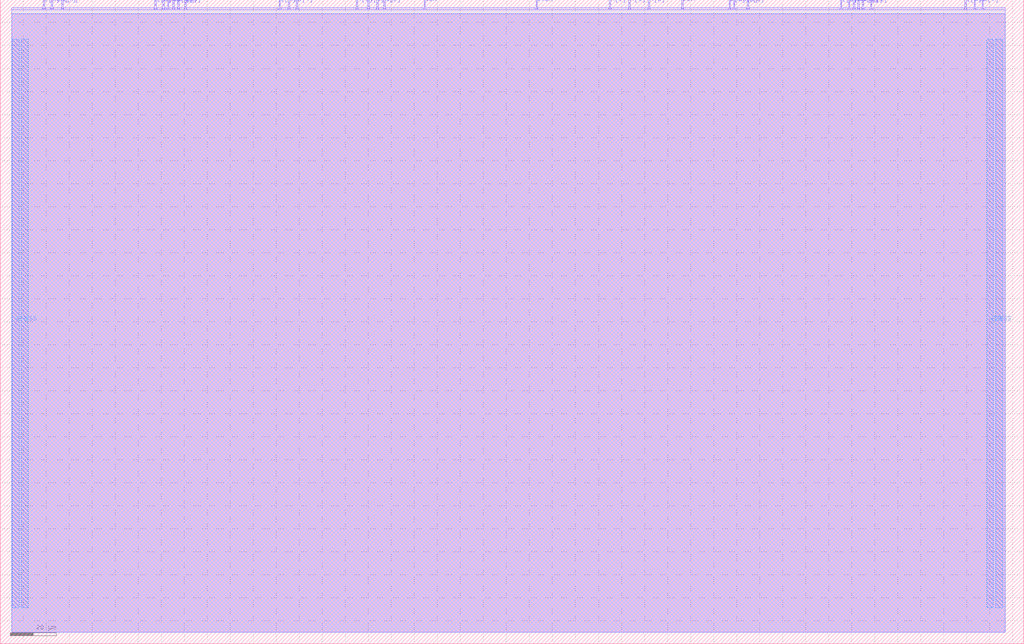
<source format=lef>
VERSION 5.7 ;
  NOWIREEXTENSIONATPIN ON ;
  DIVIDERCHAR "/" ;
  BUSBITCHARS "[]" ;
MACRO gf180_ram_128x8_wrapper
  CLASS BLOCK ;
  FOREIGN gf180_ram_128x8_wrapper ;
  ORIGIN 0.000 0.000 ;
  SIZE 444.860 BY 279.880 ;
  PIN A[0]
    DIRECTION INPUT ;
    USE SIGNAL ;
    PORT
      LAYER Metal2 ;
        RECT 264.720 275.880 265.280 279.880 ;
    END
  END A[0]
  PIN A[1]
    DIRECTION INPUT ;
    USE SIGNAL ;
    PORT
      LAYER Metal2 ;
        RECT 273.220 275.880 273.780 279.880 ;
    END
  END A[1]
  PIN A[2]
    DIRECTION INPUT ;
    USE SIGNAL ;
    PORT
      LAYER Metal2 ;
        RECT 281.720 275.880 282.280 279.880 ;
    END
  END A[2]
  PIN A[3]
    DIRECTION INPUT ;
    USE SIGNAL ;
    PORT
      LAYER Metal2 ;
        RECT 154.720 275.880 155.280 279.880 ;
    END
  END A[3]
  PIN A[4]
    DIRECTION INPUT ;
    USE SIGNAL ;
    PORT
      LAYER Metal2 ;
        RECT 159.720 275.880 160.280 279.880 ;
    END
  END A[4]
  PIN A[5]
    DIRECTION INPUT ;
    USE SIGNAL ;
    PORT
      LAYER Metal2 ;
        RECT 163.720 275.880 164.280 279.880 ;
    END
  END A[5]
  PIN A[6]
    DIRECTION INPUT ;
    USE SIGNAL ;
    PORT
      LAYER Metal2 ;
        RECT 166.720 275.880 167.280 279.880 ;
    END
  END A[6]
  PIN CEN
    DIRECTION INPUT ;
    USE SIGNAL ;
    PORT
      LAYER Metal2 ;
        RECT 184.220 275.880 184.780 279.880 ;
    END
  END CEN
  PIN CLK
    DIRECTION INPUT ;
    USE SIGNAL ;
    PORT
      LAYER Metal2 ;
        RECT 296.220 275.880 296.780 279.880 ;
    END
  END CLK
  PIN D[0]
    DIRECTION INPUT ;
    USE SIGNAL ;
    PORT
      LAYER Metal2 ;
        RECT 426.720 275.880 427.280 279.880 ;
    END
  END D[0]
  PIN D[1]
    DIRECTION INPUT ;
    USE SIGNAL ;
    PORT
      LAYER Metal2 ;
        RECT 374.720 275.880 375.280 279.880 ;
    END
  END D[1]
  PIN D[2]
    DIRECTION INPUT ;
    USE SIGNAL ;
    PORT
      LAYER Metal2 ;
        RECT 368.720 275.880 369.280 279.880 ;
    END
  END D[2]
  PIN D[3]
    DIRECTION INPUT ;
    USE SIGNAL ;
    PORT
      LAYER Metal2 ;
        RECT 316.720 275.880 317.280 279.880 ;
    END
  END D[3]
  PIN D[4]
    DIRECTION INPUT ;
    USE SIGNAL ;
    PORT
      LAYER Metal2 ;
        RECT 128.720 275.880 129.280 279.880 ;
    END
  END D[4]
  PIN D[5]
    DIRECTION INPUT ;
    USE SIGNAL ;
    PORT
      LAYER Metal2 ;
        RECT 77.220 275.880 77.780 279.880 ;
    END
  END D[5]
  PIN D[6]
    DIRECTION INPUT ;
    USE SIGNAL ;
    PORT
      LAYER Metal2 ;
        RECT 70.720 275.880 71.280 279.880 ;
    END
  END D[6]
  PIN D[7]
    DIRECTION INPUT ;
    USE SIGNAL ;
    PORT
      LAYER Metal2 ;
        RECT 18.720 275.880 19.280 279.880 ;
    END
  END D[7]
  PIN GWEN
    DIRECTION INPUT ;
    USE SIGNAL ;
    PORT
      LAYER Metal2 ;
        RECT 232.840 275.880 233.400 279.880 ;
    END
  END GWEN
  PIN Q[0]
    DIRECTION OUTPUT TRISTATE ;
    USE SIGNAL ;
    PORT
      LAYER Metal2 ;
        RECT 419.220 275.880 419.780 279.880 ;
    END
  END Q[0]
  PIN Q[1]
    DIRECTION OUTPUT TRISTATE ;
    USE SIGNAL ;
    PORT
      LAYER Metal2 ;
        RECT 378.220 275.880 378.780 279.880 ;
    END
  END Q[1]
  PIN Q[2]
    DIRECTION OUTPUT TRISTATE ;
    USE SIGNAL ;
    PORT
      LAYER Metal2 ;
        RECT 365.220 275.880 365.780 279.880 ;
    END
  END Q[2]
  PIN Q[3]
    DIRECTION OUTPUT TRISTATE ;
    USE SIGNAL ;
    PORT
      LAYER Metal2 ;
        RECT 324.720 275.880 325.280 279.880 ;
    END
  END Q[3]
  PIN Q[4]
    DIRECTION OUTPUT TRISTATE ;
    USE SIGNAL ;
    PORT
      LAYER Metal2 ;
        RECT 121.220 275.880 121.780 279.880 ;
    END
  END Q[4]
  PIN Q[5]
    DIRECTION OUTPUT TRISTATE ;
    USE SIGNAL ;
    PORT
      LAYER Metal2 ;
        RECT 80.220 275.880 80.780 279.880 ;
    END
  END Q[5]
  PIN Q[6]
    DIRECTION OUTPUT TRISTATE ;
    USE SIGNAL ;
    PORT
      LAYER Metal2 ;
        RECT 67.220 275.880 67.780 279.880 ;
    END
  END Q[6]
  PIN Q[7]
    DIRECTION OUTPUT TRISTATE ;
    USE SIGNAL ;
    PORT
      LAYER Metal2 ;
        RECT 26.720 275.880 27.280 279.880 ;
    END
  END Q[7]
  PIN VDD
    DIRECTION INOUT ;
    USE POWER ;
    PORT
      LAYER Metal4 ;
        RECT 5.220 15.680 8.220 262.640 ;
    END
    PORT
      LAYER Metal4 ;
        RECT 428.630 15.680 431.630 262.640 ;
    END
  END VDD
  PIN VSS
    DIRECTION INOUT ;
    USE GROUND ;
    PORT
      LAYER Metal4 ;
        RECT 9.220 15.680 12.220 262.640 ;
    END
    PORT
      LAYER Metal4 ;
        RECT 432.630 15.680 435.630 262.640 ;
    END
  END VSS
  PIN WEN[0]
    DIRECTION INPUT ;
    USE SIGNAL ;
    PORT
      LAYER Metal2 ;
        RECT 423.220 275.880 423.780 279.880 ;
    END
  END WEN[0]
  PIN WEN[1]
    DIRECTION INPUT ;
    USE SIGNAL ;
    PORT
      LAYER Metal2 ;
        RECT 372.720 275.880 373.280 279.880 ;
    END
  END WEN[1]
  PIN WEN[2]
    DIRECTION INPUT ;
    USE SIGNAL ;
    PORT
      LAYER Metal2 ;
        RECT 370.720 275.880 371.280 279.880 ;
    END
  END WEN[2]
  PIN WEN[3]
    DIRECTION INPUT ;
    USE SIGNAL ;
    PORT
      LAYER Metal2 ;
        RECT 318.720 275.880 319.280 279.880 ;
    END
  END WEN[3]
  PIN WEN[4]
    DIRECTION INPUT ;
    USE SIGNAL ;
    PORT
      LAYER Metal2 ;
        RECT 125.220 275.880 125.780 279.880 ;
    END
  END WEN[4]
  PIN WEN[5]
    DIRECTION INPUT ;
    USE SIGNAL ;
    PORT
      LAYER Metal2 ;
        RECT 74.970 275.880 75.530 279.880 ;
    END
  END WEN[5]
  PIN WEN[6]
    DIRECTION INPUT ;
    USE SIGNAL ;
    PORT
      LAYER Metal2 ;
        RECT 72.720 275.880 73.280 279.880 ;
    END
  END WEN[6]
  PIN WEN[7]
    DIRECTION INPUT ;
    USE SIGNAL ;
    PORT
      LAYER Metal2 ;
        RECT 22.220 275.880 22.780 279.880 ;
    END
  END WEN[7]
  OBS
      LAYER Metal1 ;
        RECT 5.000 5.000 436.860 273.880 ;
      LAYER Metal2 ;
        RECT 5.000 275.580 18.420 276.360 ;
        RECT 19.580 275.580 21.920 276.360 ;
        RECT 23.080 275.580 26.420 276.360 ;
        RECT 27.580 275.580 66.920 276.360 ;
        RECT 68.080 275.580 70.420 276.360 ;
        RECT 71.580 275.580 72.420 276.360 ;
        RECT 73.580 275.580 74.670 276.360 ;
        RECT 75.830 275.580 76.920 276.360 ;
        RECT 78.080 275.580 79.920 276.360 ;
        RECT 81.080 275.580 120.920 276.360 ;
        RECT 122.080 275.580 124.920 276.360 ;
        RECT 126.080 275.580 128.420 276.360 ;
        RECT 129.580 275.580 154.420 276.360 ;
        RECT 155.580 275.580 159.420 276.360 ;
        RECT 160.580 275.580 163.420 276.360 ;
        RECT 164.580 275.580 166.420 276.360 ;
        RECT 167.580 275.580 183.920 276.360 ;
        RECT 185.080 275.580 232.540 276.360 ;
        RECT 233.700 275.580 264.420 276.360 ;
        RECT 265.580 275.580 272.920 276.360 ;
        RECT 274.080 275.580 281.420 276.360 ;
        RECT 282.580 275.580 295.920 276.360 ;
        RECT 297.080 275.580 316.420 276.360 ;
        RECT 317.580 275.580 318.420 276.360 ;
        RECT 319.580 275.580 324.420 276.360 ;
        RECT 325.580 275.580 364.920 276.360 ;
        RECT 366.080 275.580 368.420 276.360 ;
        RECT 369.580 275.580 370.420 276.360 ;
        RECT 371.580 275.580 372.420 276.360 ;
        RECT 373.580 275.580 374.420 276.360 ;
        RECT 375.580 275.580 377.920 276.360 ;
        RECT 379.080 275.580 418.920 276.360 ;
        RECT 420.080 275.580 422.920 276.360 ;
        RECT 424.080 275.580 426.420 276.360 ;
        RECT 427.580 275.580 436.860 276.360 ;
        RECT 5.000 5.000 436.860 275.580 ;
      LAYER Metal3 ;
        RECT 5.000 5.000 436.860 273.880 ;
  END
END gf180_ram_128x8_wrapper
END LIBRARY


</source>
